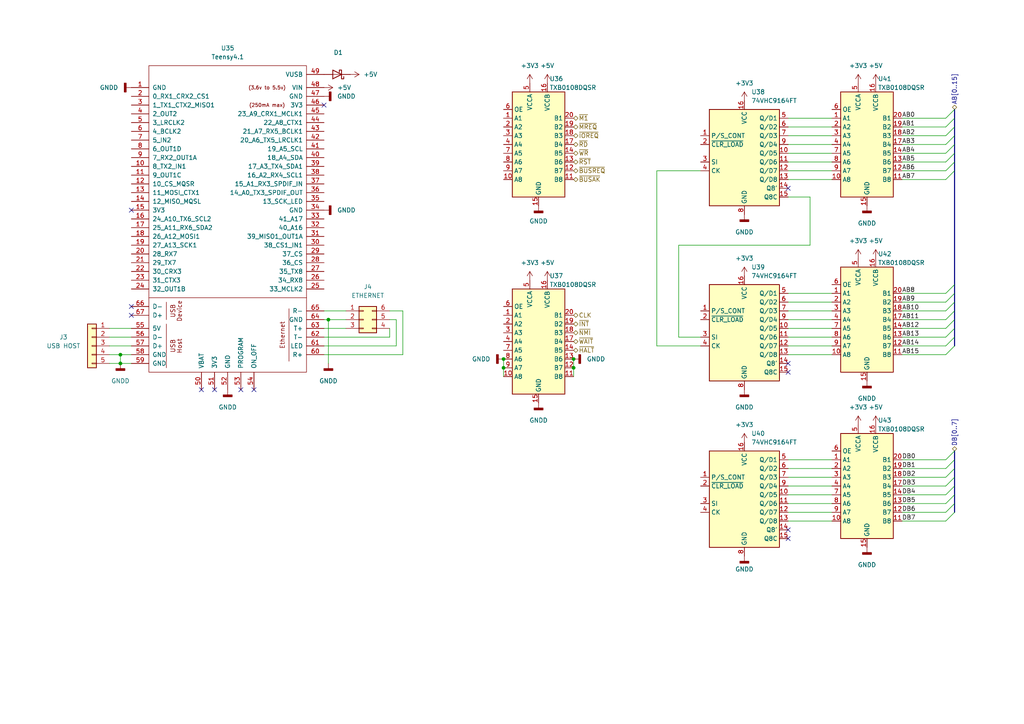
<source format=kicad_sch>
(kicad_sch (version 20211123) (generator eeschema)
  (paper "A4")
  (title_block (title "Z80 CPU INTERPOSER DEVELOPMENT PORT") (date "2022-10-21") (rev "1030211022") (company "LISTOFOPTIONS") (comment 1 "CUT JUMPER TRACE BETWEEN PADS NEAR MICROUSB OF TEENSY") (comment 2 "VIN TO VUSB SHOULD BE OPEN CIRCUIT BEFORE INSTALLATION IF JUMPER CUT") (comment 3 "USB HOST HEADER TO BE SOLDERED TO TEENSY, NOT BOARD. ONLY SHOWN FOR COMPLETION") (comment 4 "ETHERNET HEADER TO BE SOLDERED TO TEENSY, NOT BOARD. ONLY SHOWN FOR COMPLETION"))
  (lib_symbols
    (symbol "74xx:74VHC9164FT"
      (property "Reference" "U" (at 5.08 16.51 0))
      (property "Value" "74VHC9164FT" (at -8.89 16.51 0))
      (symbol "74VHC9164FT_1_1"
        (rectangle (start -10.16 12.7) (end 10.16 -15.24) (stroke (width 0.254)) (fill (type background)))
        (pin input line (at -12.7 5.08 0) (length 2.54) (name "P/S_CONT") (number "1"))
        (pin bidirectional line (at 12.7 0 180) (length 2.54) (name "Q/D5") (number "10"))
        (pin bidirectional line (at 12.7 -2.54 180) (length 2.54) (name "Q/D6") (number "11"))
        (pin bidirectional line (at 12.7 -5.08 180) (length 2.54) (name "Q/D7") (number "12"))
        (pin bidirectional line (at 12.7 -7.62 180) (length 2.54) (name "Q/D8") (number "13"))
        (pin output line (at 12.7 -10.16 180) (length 2.54) (name "Q8'") (number "14"))
        (pin output line (at 12.7 -12.7 180) (length 2.54) (name "Q8C") (number "15"))
        (pin power_in line (at 0 15.24 270) (length 2.54) (name "VCC") (number "16"))
        (pin input line (at -12.7 2.54 0) (length 2.54) (name "~{CLR_LOAD}") (number "2"))
        (pin input line (at -12.7 -2.54 0) (length 2.54) (name "SI") (number "3"))
        (pin input line (at -12.7 -5.08 0) (length 2.54) (name "CK") (number "4"))
        (pin bidirectional line (at 12.7 10.16 180) (length 2.54) (name "Q/D1") (number "5"))
        (pin bidirectional line (at 12.7 7.62 180) (length 2.54) (name "Q/D2") (number "6"))
        (pin bidirectional line (at 12.7 5.08 180) (length 2.54) (name "Q/D3") (number "7"))
        (pin power_in line (at 0 -17.78 90) (length 2.54) (name "GND") (number "8"))
        (pin bidirectional line (at 12.7 2.54 180) (length 2.54) (name "Q/D4") (number "9"))
      )
    )
    (symbol "Connector_Generic:Conn_01x05" (pin_names (offset 1.016) hide)
      (property "Reference" "J" (at 0 7.62 0))
      (property "Value" "Conn_01x05" (at 0 -7.62 0))
      (symbol "Conn_01x05_1_1"
        (rectangle (start -1.27 -4.953) (end 0 -5.207) (stroke (width 0.1524)))
        (rectangle (start -1.27 -2.413) (end 0 -2.667) (stroke (width 0.1524)))
        (rectangle (start -1.27 0.127) (end 0 -0.127) (stroke (width 0.1524)))
        (rectangle (start -1.27 2.667) (end 0 2.413) (stroke (width 0.1524)))
        (rectangle (start -1.27 5.207) (end 0 4.953) (stroke (width 0.1524)))
        (rectangle (start -1.27 6.35) (end 1.27 -6.35) (stroke (width 0.254)) (fill (type background)))
        (pin passive line (at -5.08 5.08 0) (length 3.81) (name "Pin_1") (number "1"))
        (pin passive line (at -5.08 2.54 0) (length 3.81) (name "Pin_2") (number "2"))
        (pin passive line (at -5.08 0 0) (length 3.81) (name "Pin_3") (number "3"))
        (pin passive line (at -5.08 -2.54 0) (length 3.81) (name "Pin_4") (number "4"))
        (pin passive line (at -5.08 -5.08 0) (length 3.81) (name "Pin_5") (number "5"))
      )
    )
    (symbol "Connector_Generic:Conn_02x03_Counter_Clockwise" (pin_names (offset 1.016) hide)
      (property "Reference" "J" (at 1.27 5.08 0))
      (property "Value" "Conn_02x03_Counter_Clockwise" (at 1.27 -5.08 0))
      (symbol "Conn_02x03_Counter_Clockwise_1_1"
        (rectangle (start -1.27 -2.413) (end 0 -2.667) (stroke (width 0.1524)))
        (rectangle (start -1.27 0.127) (end 0 -0.127) (stroke (width 0.1524)))
        (rectangle (start -1.27 2.667) (end 0 2.413) (stroke (width 0.1524)))
        (rectangle (start -1.27 3.81) (end 3.81 -3.81) (stroke (width 0.254)) (fill (type background)))
        (rectangle (start 3.81 -2.413) (end 2.54 -2.667) (stroke (width 0.1524)))
        (rectangle (start 3.81 0.127) (end 2.54 -0.127) (stroke (width 0.1524)))
        (rectangle (start 3.81 2.667) (end 2.54 2.413) (stroke (width 0.1524)))
        (pin passive line (at -5.08 2.54 0) (length 3.81) (name "Pin_1") (number "1"))
        (pin passive line (at -5.08 0 0) (length 3.81) (name "Pin_2") (number "2"))
        (pin passive line (at -5.08 -2.54 0) (length 3.81) (name "Pin_3") (number "3"))
        (pin passive line (at 7.62 -2.54 180) (length 3.81) (name "Pin_4") (number "4"))
        (pin passive line (at 7.62 0 180) (length 3.81) (name "Pin_5") (number "5"))
        (pin passive line (at 7.62 2.54 180) (length 3.81) (name "Pin_6") (number "6"))
      )
    )
    (symbol "Diode:BAT48JFILM" (pin_numbers hide) (pin_names (offset 1.016) hide)
      (property "Reference" "D" (at 0 2.54 0))
      (property "Value" "BAT48JFILM" (at 0 -2.54 0))
      (symbol "BAT48JFILM_0_1"
        (polyline (pts (xy 1.27 0) (xy -1.27 0)))
        (polyline (pts (xy 1.27 1.27) (xy 1.27 -1.27) (xy -1.27 0) (xy 1.27 1.27)) (stroke (width 0.254)))
        (polyline (pts (xy -1.905 0.635) (xy -1.905 1.27) (xy -1.27 1.27) (xy -1.27 -1.27) (xy -0.635 -1.27) (xy -0.635 -0.635)) (stroke (width 0.254)))
      )
      (symbol "BAT48JFILM_1_1"
        (pin passive line (at -3.81 0 0) (length 2.54) (name "K") (number "1"))
        (pin passive line (at 3.81 0 180) (length 2.54) (name "A") (number "2"))
      )
    )
    (symbol "Logic_LevelTranslator:TXB0108DQSR"
      (property "Reference" "U" (at -6.35 16.51 0))
      (property "Value" "TXB0108DQSR" (at 3.81 16.51 0))
      (symbol "TXB0108DQSR_0_1"
        (rectangle (start -7.62 15.24) (end 7.62 -15.24) (stroke (width 0.254)) (fill (type background)))
      )
      (symbol "TXB0108DQSR_1_1"
        (pin bidirectional line (at -10.16 7.62 0) (length 2.54) (name "A1") (number "1"))
        (pin bidirectional line (at -10.16 -10.16 0) (length 2.54) (name "A8") (number "10"))
        (pin bidirectional line (at 10.16 -10.16 180) (length 2.54) (name "B8") (number "11"))
        (pin bidirectional line (at 10.16 -7.62 180) (length 2.54) (name "B7") (number "12"))
        (pin bidirectional line (at 10.16 -5.08 180) (length 2.54) (name "B6") (number "13"))
        (pin bidirectional line (at 10.16 -2.54 180) (length 2.54) (name "B5") (number "14"))
        (pin power_in line (at 0 -17.78 90) (length 2.54) (name "GND") (number "15"))
        (pin power_in line (at 2.54 17.78 270) (length 2.54) (name "VCCB") (number "16"))
        (pin bidirectional line (at 10.16 0 180) (length 2.54) (name "B4") (number "17"))
        (pin bidirectional line (at 10.16 2.54 180) (length 2.54) (name "B3") (number "18"))
        (pin bidirectional line (at 10.16 5.08 180) (length 2.54) (name "B2") (number "19"))
        (pin bidirectional line (at -10.16 5.08 0) (length 2.54) (name "A2") (number "2"))
        (pin bidirectional line (at 10.16 7.62 180) (length 2.54) (name "B1") (number "20"))
        (pin bidirectional line (at -10.16 2.54 0) (length 2.54) (name "A3") (number "3"))
        (pin bidirectional line (at -10.16 0 0) (length 2.54) (name "A4") (number "4"))
        (pin power_in line (at -2.54 17.78 270) (length 2.54) (name "VCCA") (number "5"))
        (pin input line (at -10.16 10.16 0) (length 2.54) (name "OE") (number "6"))
        (pin bidirectional line (at -10.16 -2.54 0) (length 2.54) (name "A5") (number "7"))
        (pin bidirectional line (at -10.16 -5.08 0) (length 2.54) (name "A6") (number "8"))
        (pin bidirectional line (at -10.16 -7.62 0) (length 2.54) (name "A7") (number "9"))
      )
    )
    (symbol "power:+3V3" (power) (pin_names (offset 0))
      (property "Value" "+3V3" (at 0 3.556 0))
      (symbol "+3V3_0_1"
        (polyline (pts (xy -0.762 1.27) (xy 0 2.54)))
        (polyline (pts (xy 0 0) (xy 0 2.54)))
        (polyline (pts (xy 0 2.54) (xy 0.762 1.27)))
      )
      (symbol "+3V3_1_1"
        (pin power_in line (at 0 0 90) (length 0) hide (name "+3V3") (number "1"))
      )
    )
    (symbol "power:+5V" (power) (pin_names (offset 0))
      (property "Value" "+5V" (at 0 3.556 0))
      (symbol "+5V_0_1"
        (polyline (pts (xy -0.762 1.27) (xy 0 2.54)))
        (polyline (pts (xy 0 0) (xy 0 2.54)))
        (polyline (pts (xy 0 2.54) (xy 0.762 1.27)))
      )
      (symbol "+5V_1_1"
        (pin power_in line (at 0 0 90) (length 0) hide (name "+5V") (number "1"))
      )
    )
    (symbol "power:GNDD" (power) (pin_names (offset 0))
      (property "Value" "GNDD" (at 0 -3.175 0))
      (symbol "GNDD_0_1"
        (rectangle (start -1.27 -1.524) (end 1.27 -2.032) (stroke (width 0.254)) (fill (type outline)))
        (polyline (pts (xy 0 0) (xy 0 -1.524)))
      )
      (symbol "GNDD_1_1"
        (pin power_in line (at 0 0 270) (length 0) hide (name "GNDD") (number "1"))
      )
    )
    (symbol "teensy:Teensy4.1" (pin_names (offset 1.016))
      (property "Reference" "U" (at 0 64.77 0))
      (property "Value" "Teensy4.1" (at 0 62.23 0))
      (symbol "Teensy4.1_0_0"
        (polyline (pts (xy -22.86 -6.35) (xy 22.86 -6.35)))
        (polyline (pts (xy -17.78 -26.67) (xy -17.78 -13.97)))
        (polyline (pts (xy -17.78 -7.62) (xy -17.78 -12.7)))
        (polyline (pts (xy 17.78 -9.525) (xy 17.78 -24.765)))
        (text "(250mA max)" (at 11.43 49.53 0) (effects (font (size 1.016 1.016))))
        (text "(3.6v to 5.5v)" (at 11.43 54.61 0) (effects (font (size 1.016 1.016))))
        (text "Device" (at -13.97 -10.16 900) (effects (font (size 1.27 1.27))))
        (text "Ethernet" (at 15.875 -17.145 900) (effects (font (size 1.27 1.27))))
        (text "Host" (at -13.97 -20.32 900) (effects (font (size 1.27 1.27))))
        (text "USB" (at -15.875 -20.32 900) (effects (font (size 1.27 1.27))))
        (text "USB" (at -15.875 -10.16 900) (effects (font (size 1.27 1.27))))
        (pin bidirectional line (at -27.94 31.75 0) (length 5.08) (name "8_TX2_IN1") (number "10"))
        (pin bidirectional line (at -27.94 29.21 0) (length 5.08) (name "9_OUT1C") (number "11"))
        (pin bidirectional line (at -27.94 26.67 0) (length 5.08) (name "10_CS_MQSR") (number "12"))
        (pin bidirectional line (at -27.94 24.13 0) (length 5.08) (name "11_MOSI_CTX1") (number "13"))
        (pin bidirectional line (at -27.94 21.59 0) (length 5.08) (name "12_MISO_MQSL") (number "14"))
        (pin power_in line (at -27.94 19.05 0) (length 5.08) (name "3V3") (number "15"))
        (pin bidirectional line (at -27.94 16.51 0) (length 5.08) (name "24_A10_TX6_SCL2") (number "16"))
        (pin bidirectional line (at -27.94 13.97 0) (length 5.08) (name "25_A11_RX6_SDA2") (number "17"))
        (pin bidirectional line (at -27.94 11.43 0) (length 5.08) (name "26_A12_MOSI1") (number "18"))
        (pin bidirectional line (at -27.94 8.89 0) (length 5.08) (name "27_A13_SCK1") (number "19"))
        (pin bidirectional line (at -27.94 6.35 0) (length 5.08) (name "28_RX7") (number "20"))
        (pin bidirectional line (at -27.94 3.81 0) (length 5.08) (name "29_TX7") (number "21"))
        (pin bidirectional line (at -27.94 1.27 0) (length 5.08) (name "30_CRX3") (number "22"))
        (pin bidirectional line (at -27.94 -1.27 0) (length 5.08) (name "31_CTX3") (number "23"))
        (pin bidirectional line (at -27.94 -3.81 0) (length 5.08) (name "32_OUT1B") (number "24"))
        (pin bidirectional line (at 27.94 -3.81 180) (length 5.08) (name "33_MCLK2") (number "25"))
        (pin bidirectional line (at 27.94 -1.27 180) (length 5.08) (name "34_RX8") (number "26"))
        (pin bidirectional line (at 27.94 1.27 180) (length 5.08) (name "35_TX8") (number "27"))
        (pin bidirectional line (at 27.94 3.81 180) (length 5.08) (name "36_CS") (number "28"))
        (pin bidirectional line (at 27.94 6.35 180) (length 5.08) (name "37_CS") (number "29"))
        (pin bidirectional line (at 27.94 8.89 180) (length 5.08) (name "38_CS1_IN1") (number "30"))
        (pin bidirectional line (at 27.94 11.43 180) (length 5.08) (name "39_MISO1_OUT1A") (number "31"))
        (pin bidirectional line (at 27.94 13.97 180) (length 5.08) (name "40_A16") (number "32"))
        (pin bidirectional line (at 27.94 16.51 180) (length 5.08) (name "41_A17") (number "33"))
        (pin bidirectional line (at 27.94 21.59 180) (length 5.08) (name "13_SCK_LED") (number "35"))
        (pin bidirectional line (at 27.94 24.13 180) (length 5.08) (name "14_A0_TX3_SPDIF_OUT") (number "36"))
        (pin bidirectional line (at 27.94 26.67 180) (length 5.08) (name "15_A1_RX3_SPDIF_IN") (number "37"))
        (pin bidirectional line (at 27.94 29.21 180) (length 5.08) (name "16_A2_RX4_SCL1") (number "38"))
        (pin bidirectional line (at 27.94 31.75 180) (length 5.08) (name "17_A3_TX4_SDA1") (number "39"))
        (pin bidirectional line (at 27.94 34.29 180) (length 5.08) (name "18_A4_SDA") (number "40"))
        (pin bidirectional line (at 27.94 36.83 180) (length 5.08) (name "19_A5_SCL") (number "41"))
        (pin bidirectional line (at 27.94 39.37 180) (length 5.08) (name "20_A6_TX5_LRCLK1") (number "42"))
        (pin bidirectional line (at 27.94 41.91 180) (length 5.08) (name "21_A7_RX5_BCLK1") (number "43"))
        (pin bidirectional line (at 27.94 44.45 180) (length 5.08) (name "22_A8_CTX1") (number "44"))
        (pin bidirectional line (at 27.94 46.99 180) (length 5.08) (name "23_A9_CRX1_MCLK1") (number "45"))
        (pin output line (at 27.94 49.53 180) (length 5.08) (name "3V3") (number "46"))
        (pin output line (at 27.94 52.07 180) (length 5.08) (name "GND") (number "47"))
        (pin power_in line (at 27.94 54.61 180) (length 5.08) (name "VIN") (number "48"))
        (pin power_out line (at 27.94 58.42 180) (length 5.08) (name "VUSB") (number "49"))
        (pin bidirectional line (at -27.94 44.45 0) (length 5.08) (name "3_LRCLK2") (number "5"))
        (pin power_in line (at -7.62 -33.02 90) (length 5.08) (name "VBAT") (number "50"))
        (pin power_in line (at -3.81 -33.02 90) (length 5.08) (name "3V3") (number "51"))
        (pin input line (at 0 -33.02 90) (length 5.08) (name "GND") (number "52"))
        (pin input line (at 3.81 -33.02 90) (length 5.08) (name "PROGRAM") (number "53"))
        (pin input line (at 7.62 -33.02 90) (length 5.08) (name "ON_OFF") (number "54"))
        (pin power_out line (at -27.94 -15.24 0) (length 5.08) (name "5V") (number "55"))
        (pin bidirectional line (at -27.94 -17.78 0) (length 5.08) (name "D-") (number "56"))
        (pin bidirectional line (at -27.94 -20.32 0) (length 5.08) (name "D+") (number "57"))
        (pin power_in line (at -27.94 -22.86 0) (length 5.08) (name "GND") (number "58"))
        (pin power_in line (at -27.94 -25.4 0) (length 5.08) (name "GND") (number "59"))
        (pin bidirectional line (at -27.94 41.91 0) (length 5.08) (name "4_BCLK2") (number "6"))
        (pin bidirectional line (at 27.94 -22.86 180) (length 5.08) (name "R+") (number "60"))
        (pin bidirectional line (at 27.94 -20.32 180) (length 5.08) (name "LED") (number "61"))
        (pin bidirectional line (at 27.94 -17.78 180) (length 5.08) (name "T-") (number "62"))
        (pin bidirectional line (at 27.94 -15.24 180) (length 5.08) (name "T+") (number "63"))
        (pin power_in line (at 27.94 -12.7 180) (length 5.08) (name "GND") (number "64"))
        (pin bidirectional line (at 27.94 -10.16 180) (length 5.08) (name "R-") (number "65"))
        (pin bidirectional line (at -27.94 -8.89 0) (length 5.08) (name "D-") (number "66"))
        (pin bidirectional line (at -27.94 -11.43 0) (length 5.08) (name "D+") (number "67"))
        (pin bidirectional line (at -27.94 39.37 0) (length 5.08) (name "5_IN2") (number "7"))
        (pin bidirectional line (at -27.94 36.83 0) (length 5.08) (name "6_OUT1D") (number "8"))
        (pin bidirectional line (at -27.94 34.29 0) (length 5.08) (name "7_RX2_OUT1A") (number "9"))
      )
      (symbol "Teensy4.1_0_1"
        (rectangle (start -22.86 60.96) (end 22.86 -27.94))
        (rectangle (start -20.32 -1.27) (end -20.32 -1.27))
      )
      (symbol "Teensy4.1_1_1"
        (pin power_in line (at -27.94 54.61 0) (length 5.08) (name "GND") (number "1"))
        (pin bidirectional line (at -27.94 52.07 0) (length 5.08) (name "0_RX1_CRX2_CS1") (number "2"))
        (pin bidirectional line (at -27.94 49.53 0) (length 5.08) (name "1_TX1_CTX2_MISO1") (number "3"))
        (pin power_in line (at 27.94 19.05 180) (length 5.08) (name "GND") (number "34"))
        (pin bidirectional line (at -27.94 46.99 0) (length 5.08) (name "2_OUT2") (number "4"))
      )
    )
  )
  (junction (at 146.05 106.68))
  (junction (at 166.37 106.68))
  (junction (at 166.37 104.14))
  (junction (at 95.25 92.71))
  (junction (at 34.925 102.87))
  (junction (at 146.05 104.14))
  (junction (at 34.925 105.41))
  (no_connect (at 228.6 107.95))
  (no_connect (at 228.6 153.67))
  (no_connect (at 228.6 156.21))
  (no_connect (at 38.1 88.9))
  (no_connect (at 38.1 91.44))
  (no_connect (at 69.85 113.03))
  (no_connect (at 73.66 113.03))
  (no_connect (at 58.42 113.03))
  (no_connect (at 93.98 30.48))
  (no_connect (at 62.23 113.03))
  (no_connect (at 38.1 60.96))
  (no_connect (at 228.6 54.61))
  (no_connect (at 228.6 105.41))
  (bus_entry (at 276.86 46.99) (size -2.54 2.54))
  (bus_entry (at 276.86 92.71) (size -2.54 2.54))
  (bus_entry (at 276.86 39.37) (size -2.54 2.54))
  (bus_entry (at 276.86 49.53) (size -2.54 2.54))
  (bus_entry (at 276.86 148.59) (size -2.54 2.54))
  (bus_entry (at 276.86 100.33) (size -2.54 2.54))
  (bus_entry (at 276.86 135.89) (size -2.54 2.54))
  (bus_entry (at 276.86 143.51) (size -2.54 2.54))
  (bus_entry (at 276.86 87.63) (size -2.54 2.54))
  (bus_entry (at 276.86 36.83) (size -2.54 2.54))
  (bus_entry (at 276.86 140.97) (size -2.54 2.54))
  (bus_entry (at 276.86 34.29) (size -2.54 2.54))
  (bus_entry (at 276.86 138.43) (size -2.54 2.54))
  (bus_entry (at 276.86 95.25) (size -2.54 2.54))
  (bus_entry (at 276.86 146.05) (size -2.54 2.54))
  (bus_entry (at 276.86 90.17) (size -2.54 2.54))
  (bus_entry (at 276.86 82.55) (size -2.54 2.54))
  (bus_entry (at 276.86 41.91) (size -2.54 2.54))
  (bus_entry (at 276.86 44.45) (size -2.54 2.54))
  (bus_entry (at 276.86 97.79) (size -2.54 2.54))
  (bus_entry (at 276.86 85.09) (size -2.54 2.54))
  (bus_entry (at 276.86 31.75) (size -2.54 2.54))
  (bus_entry (at 276.86 130.81) (size -2.54 2.54))
  (bus_entry (at 276.86 133.35) (size -2.54 2.54))
  (wire (pts (xy 166.37 106.68) (xy 166.37 109.22)))
  (wire (pts (xy 93.98 95.25) (xy 100.33 95.25)))
  (wire (pts (xy 261.62 36.83) (xy 274.32 36.83)))
  (wire (pts (xy 228.6 135.89) (xy 241.3 135.89)))
  (wire (pts (xy 228.6 87.63) (xy 241.3 87.63)))
  (wire (pts (xy 261.62 85.09) (xy 274.32 85.09)))
  (wire (pts (xy 261.62 100.33) (xy 274.32 100.33)))
  (wire (pts (xy 261.62 95.25) (xy 274.32 95.25)))
  (wire (pts (xy 228.6 49.53) (xy 241.3 49.53)))
  (bus (pts (xy 276.86 82.55) (xy 276.86 85.09)))
  (wire (pts (xy 93.98 97.79) (xy 113.03 97.79)))
  (bus (pts (xy 276.86 92.71) (xy 276.86 95.25)))
  (bus (pts (xy 276.86 97.79) (xy 276.86 100.33)))
  (wire (pts (xy 93.98 92.71) (xy 95.25 92.71)))
  (wire (pts (xy 93.98 102.87) (xy 116.84 102.87)))
  (wire (pts (xy 261.62 151.13) (xy 274.32 151.13)))
  (wire (pts (xy 261.62 39.37) (xy 274.32 39.37)))
  (bus (pts (xy 276.86 138.43) (xy 276.86 140.97)))
  (bus (pts (xy 276.86 49.53) (xy 276.86 82.55)))
  (wire (pts (xy 228.6 95.25) (xy 241.3 95.25)))
  (wire (pts (xy 146.05 104.14) (xy 146.05 106.68)))
  (bus (pts (xy 276.86 90.17) (xy 276.86 92.71)))
  (bus (pts (xy 276.86 130.81) (xy 276.86 133.35)))
  (wire (pts (xy 228.6 133.35) (xy 241.3 133.35)))
  (wire (pts (xy 146.05 106.68) (xy 146.05 109.22)))
  (wire (pts (xy 196.85 97.79) (xy 196.85 71.12)))
  (bus (pts (xy 276.86 95.25) (xy 276.86 97.79)))
  (wire (pts (xy 31.75 100.33) (xy 38.1 100.33)))
  (wire (pts (xy 228.6 46.99) (xy 241.3 46.99)))
  (wire (pts (xy 228.6 148.59) (xy 241.3 148.59)))
  (wire (pts (xy 261.62 49.53) (xy 274.32 49.53)))
  (bus (pts (xy 276.86 39.37) (xy 276.86 41.91)))
  (wire (pts (xy 261.62 135.89) (xy 274.32 135.89)))
  (wire (pts (xy 261.62 138.43) (xy 274.32 138.43)))
  (bus (pts (xy 276.86 36.83) (xy 276.86 39.37)))
  (bus (pts (xy 276.86 133.35) (xy 276.86 135.89)))
  (wire (pts (xy 261.62 46.99) (xy 274.32 46.99)))
  (wire (pts (xy 261.62 92.71) (xy 274.32 92.71)))
  (wire (pts (xy 31.75 95.25) (xy 38.1 95.25)))
  (wire (pts (xy 228.6 97.79) (xy 241.3 97.79)))
  (bus (pts (xy 276.86 87.63) (xy 276.86 90.17)))
  (wire (pts (xy 31.75 105.41) (xy 34.925 105.41)))
  (wire (pts (xy 261.62 34.29) (xy 274.32 34.29)))
  (wire (pts (xy 261.62 102.87) (xy 274.32 102.87)))
  (wire (pts (xy 228.6 92.71) (xy 241.3 92.71)))
  (wire (pts (xy 261.62 146.05) (xy 274.32 146.05)))
  (wire (pts (xy 93.98 90.17) (xy 100.33 90.17)))
  (wire (pts (xy 228.6 151.13) (xy 241.3 151.13)))
  (bus (pts (xy 276.86 146.05) (xy 276.86 148.59)))
  (wire (pts (xy 228.6 143.51) (xy 241.3 143.51)))
  (wire (pts (xy 196.85 97.79) (xy 203.2 97.79)))
  (wire (pts (xy 228.6 138.43) (xy 241.3 138.43)))
  (wire (pts (xy 261.62 44.45) (xy 274.32 44.45)))
  (wire (pts (xy 228.6 102.87) (xy 241.3 102.87)))
  (wire (pts (xy 166.37 104.14) (xy 166.37 106.68)))
  (wire (pts (xy 261.62 143.51) (xy 274.32 143.51)))
  (wire (pts (xy 31.75 97.79) (xy 38.1 97.79)))
  (wire (pts (xy 228.6 34.29) (xy 241.3 34.29)))
  (wire (pts (xy 234.95 71.12) (xy 234.95 57.15)))
  (bus (pts (xy 276.86 41.91) (xy 276.86 44.45)))
  (wire (pts (xy 34.925 105.41) (xy 38.1 105.41)))
  (bus (pts (xy 276.86 34.29) (xy 276.86 36.83)))
  (wire (pts (xy 261.62 148.59) (xy 274.32 148.59)))
  (wire (pts (xy 31.75 102.87) (xy 34.925 102.87)))
  (wire (pts (xy 228.6 90.17) (xy 241.3 90.17)))
  (wire (pts (xy 114.935 92.71) (xy 113.03 92.71)))
  (bus (pts (xy 276.86 46.99) (xy 276.86 49.53)))
  (wire (pts (xy 228.6 140.97) (xy 241.3 140.97)))
  (bus (pts (xy 276.86 143.51) (xy 276.86 146.05)))
  (wire (pts (xy 95.25 92.71) (xy 95.25 105.41)))
  (wire (pts (xy 228.6 41.91) (xy 241.3 41.91)))
  (bus (pts (xy 276.86 135.89) (xy 276.86 138.43)))
  (wire (pts (xy 113.03 97.79) (xy 113.03 95.25)))
  (wire (pts (xy 203.2 100.33) (xy 190.5 100.33)))
  (wire (pts (xy 228.6 52.07) (xy 241.3 52.07)))
  (wire (pts (xy 234.95 57.15) (xy 228.6 57.15)))
  (wire (pts (xy 196.85 71.12) (xy 234.95 71.12)))
  (wire (pts (xy 261.62 90.17) (xy 274.32 90.17)))
  (wire (pts (xy 228.6 100.33) (xy 241.3 100.33)))
  (bus (pts (xy 276.86 85.09) (xy 276.86 87.63)))
  (wire (pts (xy 190.5 49.53) (xy 203.2 49.53)))
  (bus (pts (xy 276.86 31.75) (xy 276.86 34.29)))
  (wire (pts (xy 34.925 102.87) (xy 38.1 102.87)))
  (wire (pts (xy 261.62 87.63) (xy 274.32 87.63)))
  (bus (pts (xy 276.86 140.97) (xy 276.86 143.51)))
  (wire (pts (xy 261.62 133.35) (xy 274.32 133.35)))
  (wire (pts (xy 116.84 90.17) (xy 113.03 90.17)))
  (wire (pts (xy 93.98 100.33) (xy 114.935 100.33)))
  (wire (pts (xy 228.6 146.05) (xy 241.3 146.05)))
  (wire (pts (xy 261.62 97.79) (xy 274.32 97.79)))
  (wire (pts (xy 190.5 100.33) (xy 190.5 49.53)))
  (wire (pts (xy 114.935 100.33) (xy 114.935 92.71)))
  (wire (pts (xy 228.6 36.83) (xy 241.3 36.83)))
  (wire (pts (xy 261.62 52.07) (xy 274.32 52.07)))
  (wire (pts (xy 228.6 85.09) (xy 241.3 85.09)))
  (wire (pts (xy 116.84 102.87) (xy 116.84 90.17)))
  (wire (pts (xy 228.6 44.45) (xy 241.3 44.45)))
  (wire (pts (xy 261.62 140.97) (xy 274.32 140.97)))
  (wire (pts (xy 261.62 41.91) (xy 274.32 41.91)))
  (wire (pts (xy 228.6 39.37) (xy 241.3 39.37)))
  (wire (pts (xy 34.925 102.87) (xy 34.925 105.41)))
  (bus (pts (xy 276.86 44.45) (xy 276.86 46.99)))
  (wire (pts (xy 95.25 92.71) (xy 100.33 92.71)))
  (label "AB0" (at 261.62 34.29 0))
  (label "AB1" (at 261.62 36.83 0))
  (label "DB5" (at 261.62 146.05 0))
  (label "AB12" (at 261.62 95.25 0))
  (label "DB2" (at 261.62 138.43 0))
  (label "AB4" (at 261.62 44.45 0))
  (label "AB7" (at 261.62 52.07 0))
  (label "DB3" (at 261.62 140.97 0))
  (label "AB15" (at 261.62 102.87 0))
  (label "AB6" (at 261.62 49.53 0))
  (label "AB2" (at 261.62 39.37 0))
  (label "DB0" (at 261.62 133.35 0))
  (label "AB5" (at 261.62 46.99 0))
  (label "AB11" (at 261.62 92.71 0))
  (label "AB14" (at 261.62 100.33 0))
  (label "AB3" (at 261.62 41.91 0))
  (label "DB1" (at 261.62 135.89 0))
  (label "DB4" (at 261.62 143.51 0))
  (label "AB13" (at 261.62 97.79 0))
  (label "AB10" (at 261.62 90.17 0))
  (label "DB6" (at 261.62 148.59 0))
  (label "AB8" (at 261.62 85.09 0))
  (label "DB7" (at 261.62 151.13 0))
  (label "AB9" (at 261.62 87.63 0))
  (hierarchical_label "~{M1}" (shape tri_state) (at 166.37 34.29 0))
  (hierarchical_label "~{IOREQ}" (shape tri_state) (at 166.37 39.37 0))
  (hierarchical_label "~{INT}" (shape tri_state) (at 166.37 93.98 0))
  (hierarchical_label "AB[0..15]" (shape tri_state) (at 276.86 31.75 90))
  (hierarchical_label "~{WAIT}" (shape tri_state) (at 166.37 99.06 0))
  (hierarchical_label "~{HALT}" (shape tri_state) (at 166.37 101.6 0))
  (hierarchical_label "~{RD}" (shape tri_state) (at 166.37 41.91 0))
  (hierarchical_label "~{NMI}" (shape tri_state) (at 166.37 96.52 0))
  (hierarchical_label "~{RST}" (shape tri_state) (at 166.37 46.99 0))
  (hierarchical_label "~{BUSREQ}" (shape tri_state) (at 166.37 49.53 0))
  (hierarchical_label "CLK" (shape tri_state) (at 166.37 91.44 0))
  (hierarchical_label "~{MREQ}" (shape tri_state) (at 166.37 36.83 0))
  (hierarchical_label "~{BUSAK}" (shape tri_state) (at 166.37 52.07 0))
  (hierarchical_label "DB[0..7]" (shape tri_state) (at 276.86 130.81 90))
  (hierarchical_label "~{WR}" (shape tri_state) (at 166.37 44.45 0))
  (symbol (lib_id "Logic_LevelTranslator:TXB0108DQSR") (at 251.46 140.97 0) (unit 1)
    (property "Reference" "U43" (at 254.635 121.92 0) (effects (justify left)))
    (property "Value" "TXB0108DQSR" (at 254.635 124.46 0) (effects (justify left)))
    (property "Footprint" "Package_SON:USON-20_2x4mm_P0.4mm" (effects hide))
    (property "Datasheet" "http://www.ti.com/lit/ds/symlink/txb0108.pdf" (effects hide))
  )
  (symbol (lib_id "power:+5V") (at 158.75 24.13 0) (unit 1)
    (property "Reference" "#PWR0158" (effects hide))
    (property "Value" "+5V" (at 158.75 19.05 0))
  )
  (symbol (lib_id "Logic_LevelTranslator:TXB0108DQSR") (at 251.46 41.91 0) (unit 1)
    (property "Reference" "U41" (at 254.635 22.86 0) (effects (justify left)))
    (property "Value" "TXB0108DQSR" (at 254.635 25.4 0) (effects (justify left)))
    (property "Footprint" "Package_SON:USON-20_2x4mm_P0.4mm" (effects hide))
    (property "Datasheet" "http://www.ti.com/lit/ds/symlink/txb0108.pdf" (effects hide))
  )
  (symbol (lib_id "power:GNDD") (at 38.1 25.4 270) (unit 1)
    (property "Reference" "#PWR0146" (effects hide))
    (property "Value" "GNDD" (at 34.29 25.3999 90) (effects (justify right)))
  )
  (symbol (lib_id "power:GNDD") (at 215.9 62.23 0) (unit 1)
    (property "Reference" "#PWR0162" (effects hide))
    (property "Value" "GNDD" (at 215.9 67.31 0))
  )
  (symbol (lib_id "power:+5V") (at 254 24.13 0) (unit 1)
    (property "Reference" "#PWR0173" (effects hide))
    (property "Value" "+5V" (at 254 19.05 0))
  )
  (symbol (lib_id "power:GNDD") (at 215.9 161.29 0) (unit 1)
    (property "Reference" "#PWR0166" (effects hide))
    (property "Value" "GNDD" (at 215.9 165.1 0))
  )
  (symbol (lib_id "Diode:BAT48JFILM") (at 97.79 21.59 180) (unit 1)
    (property "Reference" "D1" (at 98.1075 15.24 0))
    (property "Datasheet" "www.st.com/resource/en/datasheet/bat48.pdf" (effects hide))
  )
  (symbol (lib_id "power:+3V3") (at 153.67 81.28 0) (unit 1)
    (property "Reference" "#PWR0155" (effects hide))
    (property "Value" "+3V3" (at 153.67 76.2 0))
  )
  (symbol (lib_id "74xx:74VHC9164FT") (at 215.9 95.25 0) (unit 1)
    (property "Reference" "U39" (at 217.9194 77.47 0) (effects (justify left)))
    (property "Value" "74VHC9164FT" (at 217.9194 80.01 0) (effects (justify left)))
    (property "Footprint" "Package_SO:TSSOP-16_4.4x5mm_P0.65mm" (effects hide))
    (property "Datasheet" "https://toshiba.semicon-storage.com/info/docget.jsp?did=15655&prodName=74VHC9164FT" (effects hide))
  )
  (symbol (lib_id "power:+5V") (at 254 123.19 0) (unit 1)
    (property "Reference" "#PWR0175" (effects hide))
    (property "Value" "+5V" (at 254 118.11 0))
  )
  (symbol (lib_id "power:GNDD") (at 251.46 158.75 0) (unit 1)
    (property "Reference" "#PWR0172" (effects hide))
    (property "Value" "GNDD" (at 251.46 163.83 0))
  )
  (symbol (lib_id "power:+3V3") (at 215.9 29.21 0) (unit 1)
    (property "Reference" "#PWR0161" (effects hide))
    (property "Value" "+3V3" (at 215.9 24.13 0))
  )
  (symbol (lib_id "power:GNDD") (at 93.98 27.94 90) (unit 1)
    (property "Reference" "#PWR0149" (effects hide))
    (property "Value" "GNDD" (at 97.79 27.9399 90) (effects (justify right)))
  )
  (symbol (lib_id "power:GNDD") (at 95.25 105.41 0) (unit 1)
    (property "Reference" "#PWR0151" (effects hide))
    (property "Value" "GNDD" (at 95.25 110.49 0))
  )
  (symbol (lib_id "power:+5V") (at 158.75 81.28 0) (unit 1)
    (property "Reference" "#PWR0159" (effects hide))
    (property "Value" "+5V" (at 158.75 76.2 0))
  )
  (symbol (lib_id "power:GNDD") (at 251.46 110.49 0) (unit 1)
    (property "Reference" "#PWR0171" (effects hide))
    (property "Value" "GNDD" (at 251.46 115.57 0))
  )
  (symbol (lib_id "power:+5V") (at 93.98 25.4 270) (unit 1)
    (property "Reference" "#PWR0148" (effects hide))
  )
  (symbol (lib_id "power:GNDD") (at 156.21 59.69 0) (unit 1)
    (property "Reference" "#PWR0156" (effects hide))
    (property "Value" "GNDD" (at 156.21 64.135 0))
  )
  (symbol (lib_id "power:+3V3") (at 248.92 74.93 0) (unit 1)
    (property "Reference" "#PWR0168" (effects hide))
    (property "Value" "+3V3" (at 248.92 69.85 0))
  )
  (symbol (lib_id "power:GNDD") (at 34.925 105.41 0) (unit 1)
    (property "Reference" "#PWR0322" (effects hide))
    (property "Value" "GNDD" (at 34.925 110.49 0))
  )
  (symbol (lib_id "power:GNDD") (at 66.04 113.03 0) (unit 1)
    (property "Reference" "#PWR0147" (effects hide))
    (property "Value" "GNDD" (at 66.04 118.11 0))
  )
  (symbol (lib_id "power:+3V3") (at 215.9 80.01 0) (unit 1)
    (property "Reference" "#PWR0163" (effects hide))
    (property "Value" "+3V3" (at 215.9 74.93 0))
  )
  (symbol (lib_id "power:GNDD") (at 215.9 113.03 0) (unit 1)
    (property "Reference" "#PWR0164" (effects hide))
    (property "Value" "GNDD" (at 215.9 118.11 0))
  )
  (symbol (lib_id "power:GNDD") (at 93.98 60.96 90) (unit 1)
    (property "Reference" "#PWR0150" (effects hide))
    (property "Value" "GNDD" (at 97.79 60.9599 90) (effects (justify right)))
  )
  (symbol (lib_id "power:GNDD") (at 166.37 104.14 90) (unit 1)
    (property "Reference" "#PWR0160" (effects hide))
    (property "Value" "GNDD" (at 170.18 104.1399 90) (effects (justify right)))
  )
  (symbol (lib_id "power:+3V3") (at 153.67 24.13 0) (unit 1)
    (property "Reference" "#PWR0154" (effects hide))
    (property "Value" "+3V3" (at 153.67 19.05 0))
  )
  (symbol (lib_id "power:GNDD") (at 146.05 104.14 270) (unit 1)
    (property "Reference" "#PWR0153" (effects hide))
    (property "Value" "GNDD" (at 142.24 104.1399 90) (effects (justify right)))
  )
  (symbol (lib_id "Logic_LevelTranslator:TXB0108DQSR") (at 156.21 99.06 0) (unit 1)
    (property "Reference" "U37" (at 159.385 80.01 0) (effects (justify left)))
    (property "Value" "TXB0108DQSR" (at 159.385 82.55 0) (effects (justify left)))
    (property "Footprint" "Package_SON:USON-20_2x4mm_P0.4mm" (effects hide))
    (property "Datasheet" "http://www.ti.com/lit/ds/symlink/txb0108.pdf" (effects hide))
  )
  (symbol (lib_id "power:GNDD") (at 251.46 59.69 0) (unit 1)
    (property "Reference" "#PWR0170" (effects hide))
    (property "Value" "GNDD" (at 251.46 64.77 0))
  )
  (symbol (lib_id "Logic_LevelTranslator:TXB0108DQSR") (at 156.21 41.91 0) (unit 1)
    (property "Reference" "U36" (at 159.385 22.86 0) (effects (justify left)))
    (property "Value" "TXB0108DQSR" (at 159.385 25.4 0) (effects (justify left)))
    (property "Footprint" "Package_SON:USON-20_2x4mm_P0.4mm" (effects hide))
    (property "Datasheet" "http://www.ti.com/lit/ds/symlink/txb0108.pdf" (effects hide))
  )
  (symbol (lib_id "power:+5V") (at 254 74.93 0) (unit 1)
    (property "Reference" "#PWR0174" (effects hide))
    (property "Value" "+5V" (at 254 69.85 0))
  )
  (symbol (lib_id "74xx:74VHC9164FT") (at 215.9 143.51 0) (unit 1)
    (property "Reference" "U40" (at 217.9194 125.73 0) (effects (justify left)))
    (property "Value" "74VHC9164FT" (at 217.9194 128.27 0) (effects (justify left)))
    (property "Footprint" "Package_SO:TSSOP-16_4.4x5mm_P0.65mm" (effects hide))
    (property "Datasheet" "https://toshiba.semicon-storage.com/info/docget.jsp?did=15655&prodName=74VHC9164FT" (effects hide))
  )
  (symbol (lib_id "Logic_LevelTranslator:TXB0108DQSR") (at 251.46 92.71 0) (unit 1)
    (property "Reference" "U42" (at 254.635 73.66 0) (effects (justify left)))
    (property "Value" "TXB0108DQSR" (at 254.635 76.2 0) (effects (justify left)))
    (property "Footprint" "Package_SON:USON-20_2x4mm_P0.4mm" (effects hide))
    (property "Datasheet" "http://www.ti.com/lit/ds/symlink/txb0108.pdf" (effects hide))
  )
  (symbol (lib_id "power:+5V") (at 101.6 21.59 270) (unit 1)
    (property "Reference" "#PWR0152" (effects hide))
  )
  (symbol (lib_id "power:+3V3") (at 215.9 128.27 0) (unit 1)
    (property "Reference" "#PWR0165" (effects hide))
    (property "Value" "+3V3" (at 215.9 123.19 0))
  )
  (symbol (lib_id "Connector_Generic:Conn_01x05") (at 26.67 100.33 0) (mirror y) (unit 1)
    (property "Reference" "J3" (at 18.415 97.79 0))
    (property "Value" "USB HOST" (at 18.415 100.33 0))
  )
  (symbol (lib_id "power:GNDD") (at 156.21 116.84 0) (unit 1)
    (property "Reference" "#PWR0157" (effects hide))
    (property "Value" "GNDD" (at 156.21 121.92 0))
  )
  (symbol (lib_id "teensy:Teensy4.1") (at 66.04 80.01 0) (unit 1)
    (property "Reference" "U35" (at 66.04 13.97 0))
    (property "Value" "Teensy4.1" (at 66.04 16.51 0))
  )
  (symbol (lib_id "power:+3V3") (at 248.92 123.19 0) (unit 1)
    (property "Reference" "#PWR0169" (effects hide))
    (property "Value" "+3V3" (at 248.92 118.11 0))
  )
  (symbol (lib_id "Connector_Generic:Conn_02x03_Counter_Clockwise") (at 105.41 92.71 0) (unit 1)
    (property "Reference" "J4" (at 106.68 83.185 0))
    (property "Value" "ETHERNET" (at 106.68 85.725 0))
  )
  (symbol (lib_id "74xx:74VHC9164FT") (at 215.9 44.45 0) (unit 1)
    (property "Reference" "U38" (at 217.9194 26.67 0) (effects (justify left)))
    (property "Value" "74VHC9164FT" (at 217.9194 29.21 0) (effects (justify left)))
    (property "Footprint" "Package_SO:TSSOP-16_4.4x5mm_P0.65mm" (effects hide))
    (property "Datasheet" "https://toshiba.semicon-storage.com/info/docget.jsp?did=15655&prodName=74VHC9164FT" (effects hide))
  )
  (symbol (lib_id "power:+3V3") (at 248.92 24.13 0) (unit 1)
    (property "Reference" "#PWR0167" (effects hide))
    (property "Value" "+3V3" (at 248.92 19.05 0))
  )
)
</source>
